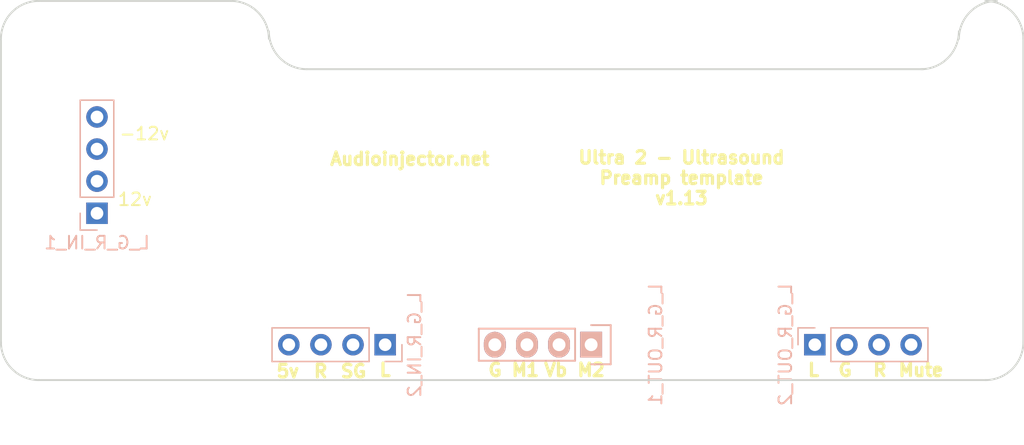
<source format=kicad_pcb>
(kicad_pcb (version 20171130) (host pcbnew 5.99.0+really5.1.10+dfsg1-1)

  (general
    (thickness 1.6)
    (drawings 29)
    (tracks 0)
    (zones 0)
    (modules 8)
    (nets 5)
  )

  (page A3)
  (layers
    (0 F.Cu signal)
    (1 In1.Cu signal)
    (2 In2.Cu signal)
    (31 B.Cu signal)
    (32 B.Adhes user)
    (33 F.Adhes user)
    (34 B.Paste user)
    (35 F.Paste user)
    (36 B.SilkS user)
    (37 F.SilkS user)
    (38 B.Mask user)
    (39 F.Mask user)
    (40 Dwgs.User user)
    (41 Cmts.User user)
    (42 Eco1.User user)
    (43 Eco2.User user)
    (44 Edge.Cuts user)
    (45 Margin user)
    (46 B.CrtYd user hide)
    (47 F.CrtYd user hide)
    (48 B.Fab user)
    (49 F.Fab user)
  )

  (setup
    (last_trace_width 0.15)
    (trace_clearance 0.15)
    (zone_clearance 0.2)
    (zone_45_only no)
    (trace_min 0.15)
    (via_size 0.35)
    (via_drill 0.3)
    (via_min_size 0.35)
    (via_min_drill 0.3)
    (uvia_size 0.508)
    (uvia_drill 0.127)
    (uvias_allowed no)
    (uvia_min_size 0.508)
    (uvia_min_drill 0.127)
    (edge_width 0.15)
    (segment_width 0.2)
    (pcb_text_width 0.3)
    (pcb_text_size 1 1)
    (mod_edge_width 0.15)
    (mod_text_size 1 1)
    (mod_text_width 0.15)
    (pad_size 2.75 2.75)
    (pad_drill 2.75)
    (pad_to_mask_clearance 0)
    (solder_mask_min_width 0.25)
    (aux_axis_origin 117.8687 84.2645)
    (grid_origin 97.2 159.6)
    (visible_elements FFFFFD3F)
    (pcbplotparams
      (layerselection 0x010ff_ffffffff)
      (usegerberextensions true)
      (usegerberattributes false)
      (usegerberadvancedattributes false)
      (creategerberjobfile false)
      (gerberprecision 5)
      (excludeedgelayer false)
      (linewidth 0.150000)
      (plotframeref true)
      (viasonmask false)
      (mode 1)
      (useauxorigin false)
      (hpglpennumber 1)
      (hpglpenspeed 20)
      (hpglpendiameter 15.000000)
      (psnegative false)
      (psa4output false)
      (plotreference false)
      (plotvalue false)
      (plotinvisibletext false)
      (padsonsilk false)
      (subtractmaskfromsilk false)
      (outputformat 1)
      (mirror false)
      (drillshape 0)
      (scaleselection 1)
      (outputdirectory "flax.project23/"))
  )

  (net 0 "")
  (net 1 AGND)
  (net 2 /V12)
  (net 3 /VBias)
  (net 4 /V-12)

  (net_class Default "This is the default net class."
    (clearance 0.15)
    (trace_width 0.15)
    (via_dia 0.35)
    (via_drill 0.3)
    (uvia_dia 0.508)
    (uvia_drill 0.127)
    (diff_pair_width 0.15)
    (diff_pair_gap 0.15)
    (add_net /V-12)
    (add_net /VBias)
    (add_net AGND)
  )

  (net_class chip ""
    (clearance 0.15)
    (trace_width 0.2)
    (via_dia 0.889)
    (via_drill 0.635)
    (uvia_dia 0.508)
    (uvia_drill 0.127)
    (diff_pair_width 0.15)
    (diff_pair_gap 0.15)
  )

  (net_class power ""
    (clearance 0.254)
    (trace_width 0.5)
    (via_dia 0.889)
    (via_drill 0.635)
    (uvia_dia 0.508)
    (uvia_drill 0.127)
    (diff_pair_width 0.15)
    (diff_pair_gap 0.15)
    (add_net /V12)
  )

  (net_class "power big" ""
    (clearance 0.254)
    (trace_width 1)
    (via_dia 0.45)
    (via_drill 0.4)
    (uvia_dia 0.508)
    (uvia_drill 0.127)
    (diff_pair_width 0.15)
    (diff_pair_gap 0.15)
  )

  (net_class "power half" ""
    (clearance 0.15)
    (trace_width 0.25)
    (via_dia 0.35)
    (via_drill 0.3)
    (uvia_dia 0.508)
    (uvia_drill 0.127)
    (diff_pair_width 0.15)
    (diff_pair_gap 0.15)
  )

  (net_class small ""
    (clearance 0.15)
    (trace_width 0.2)
    (via_dia 0.889)
    (via_drill 0.635)
    (uvia_dia 0.508)
    (uvia_drill 0.127)
    (diff_pair_width 0.15)
    (diff_pair_gap 0.15)
  )

  (module Connector_PinHeader_2.54mm:PinHeader_1x04_P2.54mm_Vertical (layer B.Cu) (tedit 59FED5CC) (tstamp 5B60CF2B)
    (at 96.2 162.4)
    (descr "Through hole straight pin header, 1x04, 2.54mm pitch, single row")
    (tags "Through hole pin header THT 1x04 2.54mm single row")
    (path /5B61D211)
    (fp_text reference L_G_R_IN_1 (at 0 2.33) (layer B.SilkS)
      (effects (font (size 1 1) (thickness 0.15)) (justify mirror))
    )
    (fp_text value OUT (at 0 -9.95) (layer B.Fab)
      (effects (font (size 1 1) (thickness 0.15)) (justify mirror))
    )
    (fp_line (start 1.8 1.8) (end -1.8 1.8) (layer B.CrtYd) (width 0.05))
    (fp_line (start 1.8 -9.4) (end 1.8 1.8) (layer B.CrtYd) (width 0.05))
    (fp_line (start -1.8 -9.4) (end 1.8 -9.4) (layer B.CrtYd) (width 0.05))
    (fp_line (start -1.8 1.8) (end -1.8 -9.4) (layer B.CrtYd) (width 0.05))
    (fp_line (start -1.33 1.33) (end 0 1.33) (layer B.SilkS) (width 0.12))
    (fp_line (start -1.33 0) (end -1.33 1.33) (layer B.SilkS) (width 0.12))
    (fp_line (start -1.33 -1.27) (end 1.33 -1.27) (layer B.SilkS) (width 0.12))
    (fp_line (start 1.33 -1.27) (end 1.33 -8.95) (layer B.SilkS) (width 0.12))
    (fp_line (start -1.33 -1.27) (end -1.33 -8.95) (layer B.SilkS) (width 0.12))
    (fp_line (start -1.33 -8.95) (end 1.33 -8.95) (layer B.SilkS) (width 0.12))
    (fp_line (start -1.27 0.635) (end -0.635 1.27) (layer B.Fab) (width 0.1))
    (fp_line (start -1.27 -8.89) (end -1.27 0.635) (layer B.Fab) (width 0.1))
    (fp_line (start 1.27 -8.89) (end -1.27 -8.89) (layer B.Fab) (width 0.1))
    (fp_line (start 1.27 1.27) (end 1.27 -8.89) (layer B.Fab) (width 0.1))
    (fp_line (start -0.635 1.27) (end 1.27 1.27) (layer B.Fab) (width 0.1))
    (fp_text user %R (at 0 -3.81) (layer B.Fab)
      (effects (font (size 1 1) (thickness 0.15)) (justify mirror))
    )
    (pad 1 thru_hole rect (at 0 0) (size 1.7 1.7) (drill 1) (layers *.Cu *.Mask)
      (net 2 /V12))
    (pad 2 thru_hole oval (at 0 -2.54) (size 1.7 1.7) (drill 1) (layers *.Cu *.Mask)
      (net 2 /V12))
    (pad 3 thru_hole oval (at 0 -5.08) (size 1.7 1.7) (drill 1) (layers *.Cu *.Mask)
      (net 4 /V-12))
    (pad 4 thru_hole oval (at 0 -7.62) (size 1.7 1.7) (drill 1) (layers *.Cu *.Mask)
      (net 4 /V-12))
    (model ${KISYS3DMOD}/Connector_PinHeader_2.54mm.3dshapes/PinHeader_1x04_P2.54mm_Vertical.wrl
      (at (xyz 0 0 0))
      (scale (xyz 1 1 1))
      (rotate (xyz 0 0 0))
    )
  )

  (module Pin_Headers:Pin_Header_Straight_1x04_Pitch2.54mm (layer B.Cu) (tedit 59650532) (tstamp 5AC373D5)
    (at 153 172.8 270)
    (descr "Through hole straight pin header, 1x04, 2.54mm pitch, single row")
    (tags "Through hole pin header THT 1x04 2.54mm single row")
    (path /5AC06282)
    (fp_text reference L_G_R_OUT_2 (at 0 2.33 270) (layer B.SilkS)
      (effects (font (size 1 1) (thickness 0.15)) (justify mirror))
    )
    (fp_text value OUT (at 0 -9.95 270) (layer B.Fab)
      (effects (font (size 1 1) (thickness 0.15)) (justify mirror))
    )
    (fp_line (start 1.8 1.8) (end -1.8 1.8) (layer B.CrtYd) (width 0.05))
    (fp_line (start 1.8 -9.4) (end 1.8 1.8) (layer B.CrtYd) (width 0.05))
    (fp_line (start -1.8 -9.4) (end 1.8 -9.4) (layer B.CrtYd) (width 0.05))
    (fp_line (start -1.8 1.8) (end -1.8 -9.4) (layer B.CrtYd) (width 0.05))
    (fp_line (start -1.33 1.33) (end 0 1.33) (layer B.SilkS) (width 0.12))
    (fp_line (start -1.33 0) (end -1.33 1.33) (layer B.SilkS) (width 0.12))
    (fp_line (start -1.33 -1.27) (end 1.33 -1.27) (layer B.SilkS) (width 0.12))
    (fp_line (start 1.33 -1.27) (end 1.33 -8.95) (layer B.SilkS) (width 0.12))
    (fp_line (start -1.33 -1.27) (end -1.33 -8.95) (layer B.SilkS) (width 0.12))
    (fp_line (start -1.33 -8.95) (end 1.33 -8.95) (layer B.SilkS) (width 0.12))
    (fp_line (start -1.27 0.635) (end -0.635 1.27) (layer B.Fab) (width 0.1))
    (fp_line (start -1.27 -8.89) (end -1.27 0.635) (layer B.Fab) (width 0.1))
    (fp_line (start 1.27 -8.89) (end -1.27 -8.89) (layer B.Fab) (width 0.1))
    (fp_line (start 1.27 1.27) (end 1.27 -8.89) (layer B.Fab) (width 0.1))
    (fp_line (start -0.635 1.27) (end 1.27 1.27) (layer B.Fab) (width 0.1))
    (fp_text user %R (at 0 -3.81 180) (layer B.Fab)
      (effects (font (size 1 1) (thickness 0.15)) (justify mirror))
    )
    (pad 1 thru_hole rect (at 0 0 270) (size 1.7 1.7) (drill 1) (layers *.Cu *.Mask))
    (pad 2 thru_hole oval (at 0 -2.54 270) (size 1.7 1.7) (drill 1) (layers *.Cu *.Mask)
      (net 1 AGND))
    (pad 3 thru_hole oval (at 0 -5.08 270) (size 1.7 1.7) (drill 1) (layers *.Cu *.Mask))
    (pad 4 thru_hole oval (at 0 -7.62 270) (size 1.7 1.7) (drill 1) (layers *.Cu *.Mask))
    (model ${KISYS3DMOD}/Pin_Headers.3dshapes/Pin_Header_Straight_1x04_Pitch2.54mm.wrl
      (at (xyz 0 0 0))
      (scale (xyz 1 1 1))
      (rotate (xyz 0 0 0))
    )
  )

  (module 1pin locked (layer F.Cu) (tedit 5B06A110) (tstamp 5B06A0DE)
    (at 165.8 180.5)
    (descr "module 1 pin (ou trou mecanique de percage)")
    (tags DEV)
    (path 1pin)
    (fp_text reference 1PIN (at 0 -3.048) (layer F.SilkS) hide
      (effects (font (size 1.016 1.016) (thickness 0.254)))
    )
    (fp_text value P*** (at 0 2.794) (layer F.SilkS) hide
      (effects (font (size 1.016 1.016) (thickness 0.254)))
    )
    (pad "" np_thru_hole circle (at 0.2 -8.5) (size 2.75 2.75) (drill 2.75) (layers *.Cu))
  )

  (module 1pin locked (layer F.Cu) (tedit 5644D590) (tstamp 5AC04756)
    (at 108 149)
    (descr "module 1 pin (ou trou mecanique de percage)")
    (tags DEV)
    (path 1pin)
    (fp_text reference 1PIN (at 0 -3.048) (layer F.SilkS) hide
      (effects (font (size 1.016 1.016) (thickness 0.254)))
    )
    (fp_text value P*** (at 0 2.794) (layer F.SilkS) hide
      (effects (font (size 1.016 1.016) (thickness 0.254)))
    )
    (pad "" np_thru_hole circle (at 0 0) (size 2.75 2.75) (drill 2.75) (layers *.Cu))
  )

  (module 1pin locked (layer F.Cu) (tedit 5644D4F1) (tstamp 5AC04752)
    (at 166 149)
    (descr "module 1 pin (ou trou mecanique de percage)")
    (tags DEV)
    (path 1pin)
    (fp_text reference 1PIN (at 0 -3.048) (layer F.SilkS) hide
      (effects (font (size 1.016 1.016) (thickness 0.254)))
    )
    (fp_text value P*** (at 0 2.794) (layer F.SilkS) hide
      (effects (font (size 1.016 1.016) (thickness 0.254)))
    )
    (pad "" np_thru_hole circle (at 0 0) (size 2.75 2.75) (drill 2.75) (layers *.Cu))
  )

  (module 1pin locked (layer F.Cu) (tedit 5644D50C) (tstamp 5AC046E7)
    (at 108 172)
    (descr "module 1 pin (ou trou mecanique de percage)")
    (tags DEV)
    (path 1pin)
    (fp_text reference 1PIN (at 0 -3.048) (layer F.SilkS) hide
      (effects (font (size 1.016 1.016) (thickness 0.254)))
    )
    (fp_text value P*** (at 0 2.794) (layer F.SilkS) hide
      (effects (font (size 1.016 1.016) (thickness 0.254)))
    )
    (pad "" np_thru_hole circle (at 0 0) (size 2.75 2.75) (drill 2.75) (layers *.Cu))
  )

  (module Pin_Headers:Pin_Header_Straight_1x04_Pitch2.54mm locked (layer B.Cu) (tedit 59650532) (tstamp 5AFBBCF6)
    (at 119 172.8 90)
    (descr "Through hole straight pin header, 1x04, 2.54mm pitch, single row")
    (tags "Through hole pin header THT 1x04 2.54mm single row")
    (path /5AC065DE)
    (fp_text reference L_G_R_IN_2 (at 0 2.33 90) (layer B.SilkS)
      (effects (font (size 1 1) (thickness 0.15)) (justify mirror))
    )
    (fp_text value OUT (at 0 -9.95 90) (layer B.Fab)
      (effects (font (size 1 1) (thickness 0.15)) (justify mirror))
    )
    (fp_line (start 1.8 1.8) (end -1.8 1.8) (layer B.CrtYd) (width 0.05))
    (fp_line (start 1.8 -9.4) (end 1.8 1.8) (layer B.CrtYd) (width 0.05))
    (fp_line (start -1.8 -9.4) (end 1.8 -9.4) (layer B.CrtYd) (width 0.05))
    (fp_line (start -1.8 1.8) (end -1.8 -9.4) (layer B.CrtYd) (width 0.05))
    (fp_line (start -1.33 1.33) (end 0 1.33) (layer B.SilkS) (width 0.12))
    (fp_line (start -1.33 0) (end -1.33 1.33) (layer B.SilkS) (width 0.12))
    (fp_line (start -1.33 -1.27) (end 1.33 -1.27) (layer B.SilkS) (width 0.12))
    (fp_line (start 1.33 -1.27) (end 1.33 -8.95) (layer B.SilkS) (width 0.12))
    (fp_line (start -1.33 -1.27) (end -1.33 -8.95) (layer B.SilkS) (width 0.12))
    (fp_line (start -1.33 -8.95) (end 1.33 -8.95) (layer B.SilkS) (width 0.12))
    (fp_line (start -1.27 0.635) (end -0.635 1.27) (layer B.Fab) (width 0.1))
    (fp_line (start -1.27 -8.89) (end -1.27 0.635) (layer B.Fab) (width 0.1))
    (fp_line (start 1.27 -8.89) (end -1.27 -8.89) (layer B.Fab) (width 0.1))
    (fp_line (start 1.27 1.27) (end 1.27 -8.89) (layer B.Fab) (width 0.1))
    (fp_line (start -0.635 1.27) (end 1.27 1.27) (layer B.Fab) (width 0.1))
    (fp_text user %R (at 0 -3.81) (layer B.Fab)
      (effects (font (size 1 1) (thickness 0.15)) (justify mirror))
    )
    (pad 1 thru_hole rect (at 0 0 90) (size 1.7 1.7) (drill 1) (layers *.Cu *.Mask))
    (pad 2 thru_hole oval (at 0 -2.54 90) (size 1.7 1.7) (drill 1) (layers *.Cu *.Mask))
    (pad 3 thru_hole oval (at 0 -5.08 90) (size 1.7 1.7) (drill 1) (layers *.Cu *.Mask))
    (pad 4 thru_hole oval (at 0 -7.62 90) (size 1.7 1.7) (drill 1) (layers *.Cu *.Mask))
    (model ${KISYS3DMOD}/Pin_Headers.3dshapes/Pin_Header_Straight_1x04_Pitch2.54mm.wrl
      (at (xyz 0 0 0))
      (scale (xyz 1 1 1))
      (rotate (xyz 0 0 0))
    )
  )

  (module Pin_Headers:Pin_Header_Straight_1x04 (layer B.Cu) (tedit 0) (tstamp 5B37A7B8)
    (at 135.3 172.8 90)
    (descr "Through hole pin header")
    (tags "pin header")
    (path /5B379B98)
    (fp_text reference L_G_R_OUT_1 (at 0 5.1 90) (layer B.SilkS)
      (effects (font (size 1 1) (thickness 0.15)) (justify mirror))
    )
    (fp_text value OUT (at 0 3.1 90) (layer B.Fab)
      (effects (font (size 1 1) (thickness 0.15)) (justify mirror))
    )
    (fp_line (start -1.55 1.55) (end 1.55 1.55) (layer B.SilkS) (width 0.15))
    (fp_line (start -1.55 0) (end -1.55 1.55) (layer B.SilkS) (width 0.15))
    (fp_line (start 1.27 -1.27) (end -1.27 -1.27) (layer B.SilkS) (width 0.15))
    (fp_line (start -1.27 -8.89) (end 1.27 -8.89) (layer B.SilkS) (width 0.15))
    (fp_line (start 1.55 1.55) (end 1.55 0) (layer B.SilkS) (width 0.15))
    (fp_line (start 1.27 -1.27) (end 1.27 -8.89) (layer B.SilkS) (width 0.15))
    (fp_line (start -1.27 -1.27) (end -1.27 -8.89) (layer B.SilkS) (width 0.15))
    (fp_line (start -1.75 -9.4) (end 1.75 -9.4) (layer B.CrtYd) (width 0.05))
    (fp_line (start -1.75 1.75) (end 1.75 1.75) (layer B.CrtYd) (width 0.05))
    (fp_line (start 1.75 1.75) (end 1.75 -9.4) (layer B.CrtYd) (width 0.05))
    (fp_line (start -1.75 1.75) (end -1.75 -9.4) (layer B.CrtYd) (width 0.05))
    (pad 1 thru_hole rect (at 0 0 90) (size 2.032 1.7272) (drill 1.016) (layers *.Cu *.Mask B.SilkS))
    (pad 2 thru_hole oval (at 0 -2.54 90) (size 2.032 1.7272) (drill 1.016) (layers *.Cu *.Mask B.SilkS)
      (net 3 /VBias))
    (pad 3 thru_hole oval (at 0 -5.08 90) (size 2.032 1.7272) (drill 1.016) (layers *.Cu *.Mask B.SilkS))
    (pad 4 thru_hole oval (at 0 -7.62 90) (size 2.032 1.7272) (drill 1.016) (layers *.Cu *.Mask B.SilkS)
      (net 1 AGND))
    (model Pin_Headers.3dshapes/Pin_Header_Straight_1x04.wrl
      (offset (xyz 0 -3.809999942779541 0))
      (scale (xyz 1 1 1))
      (rotate (xyz 0 0 90))
    )
  )

  (gr_text "Ultra 2 - Ultrasound\nPreamp template\nv1.13" (at 142.45 159.6) (layer F.SilkS) (tstamp 62818A0F)
    (effects (font (size 1 1) (thickness 0.25)))
  )
  (gr_text -12v (at 99.95 156.1) (layer F.SilkS)
    (effects (font (size 1 1) (thickness 0.15)))
  )
  (gr_text 12v (at 99.2 161.3) (layer F.SilkS)
    (effects (font (size 1 1) (thickness 0.15)))
  )
  (gr_line (start 91.6 175.6) (end 166.6 175.6) (layer Edge.Cuts) (width 0.15))
  (gr_line (start 91.6 145.6) (end 106.8 145.6) (layer Edge.Cuts) (width 0.15))
  (gr_arc (start 91.6 172.6) (end 91.6 175.6) (angle 90) (layer Edge.Cuts) (width 0.15) (tstamp 5AC04E23))
  (gr_arc (start 91.6 148.6) (end 88.6 148.6) (angle 90) (layer Edge.Cuts) (width 0.15) (tstamp 5AC04E33))
  (gr_text M2 (at 135.3 174.8) (layer F.SilkS) (tstamp 5B3B353D)
    (effects (font (size 1 1) (thickness 0.25)))
  )
  (gr_text Vb (at 132.5 174.8) (layer F.SilkS) (tstamp 5B3B353B)
    (effects (font (size 1 1) (thickness 0.25)))
  )
  (gr_text M1 (at 130.1 174.8) (layer F.SilkS) (tstamp 5B3B3539)
    (effects (font (size 1 1) (thickness 0.25)))
  )
  (gr_text G (at 127.7 174.8) (layer F.SilkS)
    (effects (font (size 1 1) (thickness 0.25)))
  )
  (gr_line (start 169.5 172.6) (end 169.5 148.5) (angle 90) (layer Edge.Cuts) (width 0.15))
  (gr_line (start 88.6 172.7) (end 88.6 148.7) (angle 90) (layer Edge.Cuts) (width 0.15) (tstamp 5B60D5EB))
  (gr_text L (at 119 174.8) (layer F.SilkS)
    (effects (font (size 1 1) (thickness 0.25)))
  )
  (gr_text Audioinjector.net (at 120.95 158.1) (layer F.SilkS) (tstamp 5B722E48)
    (effects (font (size 1 1) (thickness 0.25)))
  )
  (gr_line (start 161.6 151) (end 112.8 151) (angle 90) (layer Edge.Cuts) (width 0.15))
  (gr_arc (start 112.8 148) (end 112.8 151) (angle 90) (layer Edge.Cuts) (width 0.15) (tstamp 5AC65729))
  (gr_arc (start 161.4 148) (end 164.4 148) (angle 90) (layer Edge.Cuts) (width 0.15) (tstamp 5AC65728))
  (gr_arc (start 167.4 148.6) (end 164.4 148.6) (angle 90) (layer Edge.Cuts) (width 0.15) (tstamp 5AC65727))
  (gr_arc (start 106.8 148.6) (end 106.8 145.6) (angle 90) (layer Edge.Cuts) (width 0.15) (tstamp 5AC65726))
  (gr_text L (at 152.9 174.8) (layer F.SilkS)
    (effects (font (size 1 1) (thickness 0.25)))
  )
  (gr_text G (at 155.4 174.8) (layer F.SilkS)
    (effects (font (size 1 1) (thickness 0.25)))
  )
  (gr_text R (at 158.15 174.8) (layer F.SilkS)
    (effects (font (size 1 1) (thickness 0.25)))
  )
  (gr_text Mute (at 161.4 174.8) (layer F.SilkS)
    (effects (font (size 1 1) (thickness 0.25)))
  )
  (gr_text 5v (at 111.3 174.9) (layer F.SilkS)
    (effects (font (size 1 1) (thickness 0.25)))
  )
  (gr_arc (start 166.5 148.6) (end 166.5 145.6) (angle 90) (layer Edge.Cuts) (width 0.15) (tstamp 5AC04E32))
  (gr_arc (start 166.5 172.6) (end 169.5 172.6) (angle 90) (layer Edge.Cuts) (width 0.15) (tstamp 5AC04E30))
  (gr_text R (at 113.9 174.9) (layer F.SilkS) (tstamp 5AC04E21)
    (effects (font (size 1 1) (thickness 0.25)))
  )
  (gr_text SG (at 116.5 174.9) (layer F.SilkS) (tstamp 5AC04E20)
    (effects (font (size 1 1) (thickness 0.25)))
  )

)

</source>
